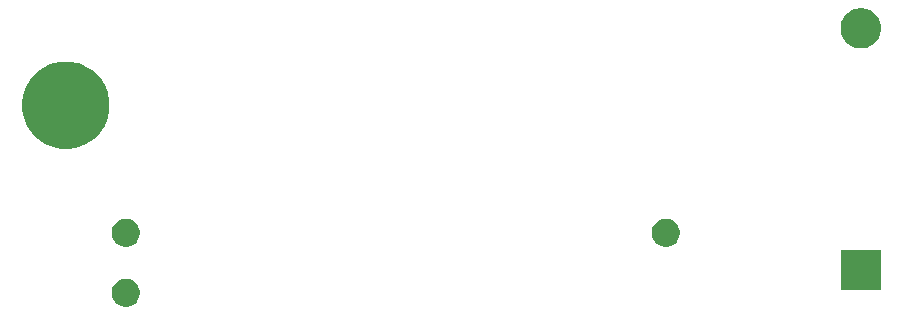
<source format=gbs>
G04 #@! TF.GenerationSoftware,KiCad,Pcbnew,(5.0.2)-1*
G04 #@! TF.CreationDate,2025-08-06T21:22:42+02:00*
G04 #@! TF.ProjectId,bsides_badge,62736964-6573-45f6-9261-6467652e6b69,v2*
G04 #@! TF.SameCoordinates,Original*
G04 #@! TF.FileFunction,Soldermask,Bot*
G04 #@! TF.FilePolarity,Negative*
%FSLAX46Y46*%
G04 Gerber Fmt 4.6, Leading zero omitted, Abs format (unit mm)*
G04 Created by KiCad (PCBNEW (5.0.2)-1) date 6. 08. 2025 21:22:42*
%MOMM*%
%LPD*%
G01*
G04 APERTURE LIST*
%ADD10C,0.100000*%
G04 APERTURE END LIST*
D10*
G36*
X101315026Y-90286115D02*
X101533412Y-90376573D01*
X101729958Y-90507901D01*
X101897099Y-90675042D01*
X102028427Y-90871588D01*
X102118885Y-91089974D01*
X102165000Y-91321809D01*
X102165000Y-91558191D01*
X102118885Y-91790026D01*
X102028427Y-92008412D01*
X101897099Y-92204958D01*
X101729958Y-92372099D01*
X101533412Y-92503427D01*
X101315026Y-92593885D01*
X101083191Y-92640000D01*
X100846809Y-92640000D01*
X100614974Y-92593885D01*
X100396588Y-92503427D01*
X100200042Y-92372099D01*
X100032901Y-92204958D01*
X99901573Y-92008412D01*
X99811115Y-91790026D01*
X99765000Y-91558191D01*
X99765000Y-91321809D01*
X99811115Y-91089974D01*
X99901573Y-90871588D01*
X100032901Y-90675042D01*
X100200042Y-90507901D01*
X100396588Y-90376573D01*
X100614974Y-90286115D01*
X100846809Y-90240000D01*
X101083191Y-90240000D01*
X101315026Y-90286115D01*
X101315026Y-90286115D01*
G37*
G36*
X164895000Y-91235000D02*
X161495000Y-91235000D01*
X161495000Y-87835000D01*
X164895000Y-87835000D01*
X164895000Y-91235000D01*
X164895000Y-91235000D01*
G37*
G36*
X147035026Y-85206115D02*
X147253412Y-85296573D01*
X147449958Y-85427901D01*
X147617099Y-85595042D01*
X147748427Y-85791588D01*
X147838885Y-86009974D01*
X147885000Y-86241809D01*
X147885000Y-86478191D01*
X147838885Y-86710026D01*
X147748427Y-86928412D01*
X147617099Y-87124958D01*
X147449958Y-87292099D01*
X147253412Y-87423427D01*
X147035026Y-87513885D01*
X146803191Y-87560000D01*
X146566809Y-87560000D01*
X146334974Y-87513885D01*
X146116588Y-87423427D01*
X145920042Y-87292099D01*
X145752901Y-87124958D01*
X145621573Y-86928412D01*
X145531115Y-86710026D01*
X145485000Y-86478191D01*
X145485000Y-86241809D01*
X145531115Y-86009974D01*
X145621573Y-85791588D01*
X145752901Y-85595042D01*
X145920042Y-85427901D01*
X146116588Y-85296573D01*
X146334974Y-85206115D01*
X146566809Y-85160000D01*
X146803191Y-85160000D01*
X147035026Y-85206115D01*
X147035026Y-85206115D01*
G37*
G36*
X101315026Y-85206115D02*
X101533412Y-85296573D01*
X101729958Y-85427901D01*
X101897099Y-85595042D01*
X102028427Y-85791588D01*
X102118885Y-86009974D01*
X102165000Y-86241809D01*
X102165000Y-86478191D01*
X102118885Y-86710026D01*
X102028427Y-86928412D01*
X101897099Y-87124958D01*
X101729958Y-87292099D01*
X101533412Y-87423427D01*
X101315026Y-87513885D01*
X101083191Y-87560000D01*
X100846809Y-87560000D01*
X100614974Y-87513885D01*
X100396588Y-87423427D01*
X100200042Y-87292099D01*
X100032901Y-87124958D01*
X99901573Y-86928412D01*
X99811115Y-86710026D01*
X99765000Y-86478191D01*
X99765000Y-86241809D01*
X99811115Y-86009974D01*
X99901573Y-85791588D01*
X100032901Y-85595042D01*
X100200042Y-85427901D01*
X100396588Y-85296573D01*
X100614974Y-85206115D01*
X100846809Y-85160000D01*
X101083191Y-85160000D01*
X101315026Y-85206115D01*
X101315026Y-85206115D01*
G37*
G36*
X96964249Y-72007188D02*
X97358693Y-72170572D01*
X97637607Y-72286102D01*
X98239531Y-72688295D01*
X98243616Y-72691024D01*
X98758976Y-73206384D01*
X98758978Y-73206387D01*
X99163898Y-73812393D01*
X99163898Y-73812394D01*
X99442812Y-74485751D01*
X99585000Y-75200580D01*
X99585000Y-75929420D01*
X99442812Y-76644249D01*
X99279428Y-77038693D01*
X99163898Y-77317607D01*
X98761705Y-77919531D01*
X98758976Y-77923616D01*
X98243616Y-78438976D01*
X98243613Y-78438978D01*
X97637607Y-78843898D01*
X97358693Y-78959428D01*
X96964249Y-79122812D01*
X96249420Y-79265000D01*
X95520580Y-79265000D01*
X94805751Y-79122812D01*
X94411307Y-78959428D01*
X94132393Y-78843898D01*
X93526387Y-78438978D01*
X93526384Y-78438976D01*
X93011024Y-77923616D01*
X93008295Y-77919531D01*
X92606102Y-77317607D01*
X92490572Y-77038693D01*
X92327188Y-76644249D01*
X92185000Y-75929420D01*
X92185000Y-75200580D01*
X92327188Y-74485751D01*
X92606102Y-73812394D01*
X92606102Y-73812393D01*
X93011022Y-73206387D01*
X93011024Y-73206384D01*
X93526384Y-72691024D01*
X93530469Y-72688295D01*
X94132393Y-72286102D01*
X94411307Y-72170572D01*
X94805751Y-72007188D01*
X95520580Y-71865000D01*
X96249420Y-71865000D01*
X96964249Y-72007188D01*
X96964249Y-72007188D01*
G37*
G36*
X163581393Y-67388553D02*
X163690872Y-67410330D01*
X164000252Y-67538479D01*
X164278687Y-67724523D01*
X164515477Y-67961313D01*
X164701521Y-68239748D01*
X164829670Y-68549128D01*
X164895000Y-68877565D01*
X164895000Y-69212435D01*
X164829670Y-69540872D01*
X164701521Y-69850252D01*
X164515477Y-70128687D01*
X164278687Y-70365477D01*
X164000252Y-70551521D01*
X163690872Y-70679670D01*
X163581393Y-70701447D01*
X163362437Y-70745000D01*
X163027563Y-70745000D01*
X162808607Y-70701447D01*
X162699128Y-70679670D01*
X162389748Y-70551521D01*
X162111313Y-70365477D01*
X161874523Y-70128687D01*
X161688479Y-69850252D01*
X161560330Y-69540872D01*
X161495000Y-69212435D01*
X161495000Y-68877565D01*
X161560330Y-68549128D01*
X161688479Y-68239748D01*
X161874523Y-67961313D01*
X162111313Y-67724523D01*
X162389748Y-67538479D01*
X162699128Y-67410330D01*
X162808607Y-67388553D01*
X163027563Y-67345000D01*
X163362437Y-67345000D01*
X163581393Y-67388553D01*
X163581393Y-67388553D01*
G37*
M02*

</source>
